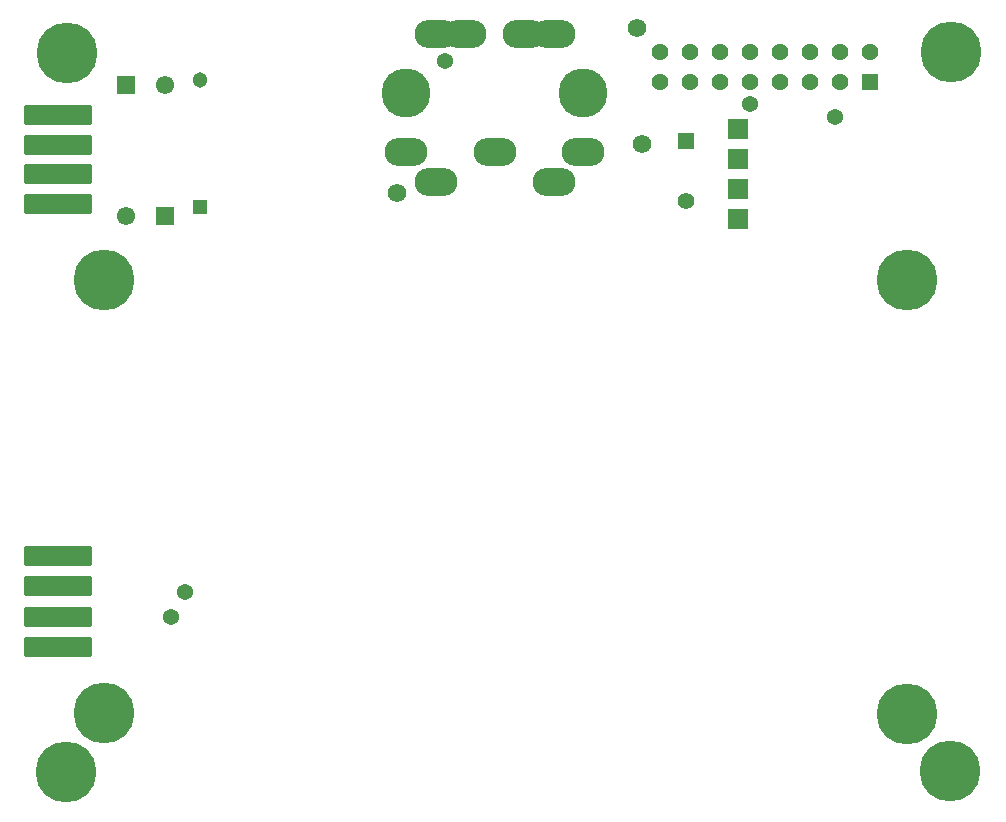
<source format=gbr>
G04 EasyPC Gerber Version 21.0.3 Build 4286 *
G04 #@! TF.Part,Single*
G04 #@! TF.FileFunction,Soldermask,Top *
G04 #@! TF.FilePolarity,Negative *
%FSLAX35Y35*%
%MOIN*%
G04 #@! TA.AperFunction,ComponentPad*
%ADD84R,0.05128X0.05128*%
%ADD93R,0.05600X0.05600*%
%ADD79R,0.05620X0.05620*%
%ADD91R,0.06100X0.06100*%
%ADD90R,0.06600X0.06600*%
%ADD85C,0.05128*%
G04 #@! TA.AperFunction,ViaPad*
%ADD96C,0.05400*%
G04 #@! TA.AperFunction,ComponentPad*
%ADD94C,0.05600*%
%ADD80C,0.05620*%
%ADD92C,0.06100*%
G04 #@! TA.AperFunction,ViaPad*
%ADD95C,0.06200*%
G04 #@! TA.AperFunction,ComponentPad*
%ADD110O,0.14380X0.09261*%
%ADD111C,0.16348*%
G04 #@! TA.AperFunction,WasherPad*
%ADD109C,0.20285*%
G04 #@! TA.AperFunction,ComponentPad*
%AMT112*0 Rounded Rectangle Pad at angle 90*4,1,36,0.11300,-0.02624,0.11300,0.02624,0.11287,0.02756,0.11248,0.02882,0.11186,0.02999,0.11102,0.03102,0.10999,0.03186,0.10882,0.03248,0.10756,0.03287,0.10624,0.03300,-0.10624,0.03300,-0.10756,0.03287,-0.10882,0.03248,-0.10999,0.03186,-0.11102,0.03102,-0.11186,0.02999,-0.11248,0.02882,-0.11287,0.02756,-0.11300,0.02624,-0.11300,-0.02624,-0.11287,-0.02756,-0.11248,-0.02882,-0.11186,-0.02999,-0.11102,-0.03102,-0.10999,-0.03186,-0.10882,-0.03248,-0.10756,-0.03287,-0.10624,-0.03300,0.10624,-0.03300,0.10756,-0.03287,0.10882,-0.03248,0.10999,-0.03186,0.11102,-0.03102,0.11186,-0.02999,0.11248,-0.02882,0.11287,-0.02756,0.11300,-0.02624,0*%
%ADD112T112*%
X0Y0D02*
D02*
D79*
X312329Y288045D03*
D02*
D80*
X242329D03*
Y298045D03*
X252329Y288045D03*
Y298045D03*
X262329Y288045D03*
Y298045D03*
X272329Y288045D03*
Y298045D03*
X282329Y288045D03*
Y298045D03*
X292329Y288045D03*
Y298045D03*
X302329Y288045D03*
Y298045D03*
X312329D03*
D02*
D84*
X88707Y246313D03*
D02*
D85*
Y288439D03*
D02*
D90*
X268234Y242376D03*
Y252376D03*
Y262376D03*
Y272376D03*
D02*
D91*
X64297Y286873D03*
X77289Y243154D03*
D02*
D92*
X64297Y243163D03*
X77289Y286864D03*
D02*
D93*
X250911Y268281D03*
D02*
D94*
Y248281D03*
D02*
D95*
X154455Y250841D03*
X234376Y305762D03*
X236344Y267179D03*
D02*
D96*
X79258Y109699D03*
X83982Y117967D03*
X170596Y294738D03*
X272329Y280565D03*
X300518Y276234D03*
D02*
D109*
X44020Y57903D03*
X44413Y297667D03*
X56790Y221823D03*
X56850Y77556D03*
X324613Y221849D03*
X324620Y77356D03*
X338902Y58296D03*
X339295Y298060D03*
D02*
D110*
X157604Y264423D03*
X167447Y254581D03*
Y303793D03*
X177289D03*
X187132Y264423D03*
X196974Y303793D03*
X206817Y254581D03*
Y303793D03*
X216659Y264423D03*
D02*
D111*
X157604Y284108D03*
X216659D03*
D02*
D112*
X41463Y99699D03*
Y109699D03*
Y119778D03*
Y129778D03*
Y247337D03*
Y257337D03*
Y267022D03*
Y277022D03*
X0Y0D02*
M02*

</source>
